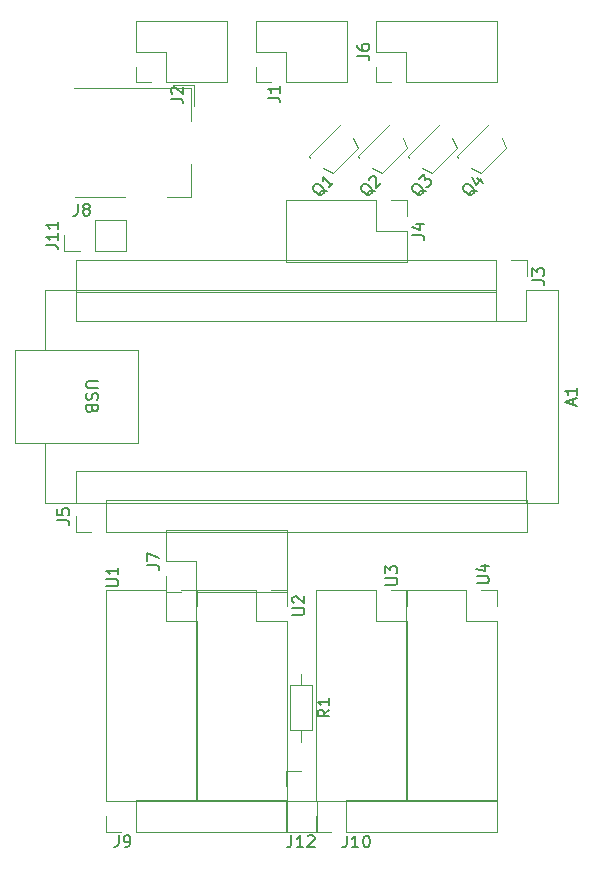
<source format=gto>
%TF.GenerationSoftware,KiCad,Pcbnew,8.0.8*%
%TF.CreationDate,2025-04-14T16:09:26+09:00*%
%TF.ProjectId,EVBPusher_nano,45564250-7573-4686-9572-5f6e616e6f2e,0.1*%
%TF.SameCoordinates,PX5f5e100PY8f0d180*%
%TF.FileFunction,Legend,Top*%
%TF.FilePolarity,Positive*%
%FSLAX46Y46*%
G04 Gerber Fmt 4.6, Leading zero omitted, Abs format (unit mm)*
G04 Created by KiCad (PCBNEW 8.0.8) date 2025-04-14 16:09:26*
%MOMM*%
%LPD*%
G01*
G04 APERTURE LIST*
%ADD10C,0.150000*%
%ADD11C,0.120000*%
G04 APERTURE END LIST*
D10*
X25692019Y12025334D02*
X25215828Y11692001D01*
X25692019Y11453906D02*
X24692019Y11453906D01*
X24692019Y11453906D02*
X24692019Y11834858D01*
X24692019Y11834858D02*
X24739638Y11930096D01*
X24739638Y11930096D02*
X24787257Y11977715D01*
X24787257Y11977715D02*
X24882495Y12025334D01*
X24882495Y12025334D02*
X25025352Y12025334D01*
X25025352Y12025334D02*
X25120590Y11977715D01*
X25120590Y11977715D02*
X25168209Y11930096D01*
X25168209Y11930096D02*
X25215828Y11834858D01*
X25215828Y11834858D02*
X25215828Y11453906D01*
X25692019Y12977715D02*
X25692019Y12406287D01*
X25692019Y12692001D02*
X24692019Y12692001D01*
X24692019Y12692001D02*
X24834876Y12596763D01*
X24834876Y12596763D02*
X24930114Y12501525D01*
X24930114Y12501525D02*
X24977733Y12406287D01*
X4401666Y54854181D02*
X4401666Y54139896D01*
X4401666Y54139896D02*
X4354047Y53997039D01*
X4354047Y53997039D02*
X4258809Y53901800D01*
X4258809Y53901800D02*
X4115952Y53854181D01*
X4115952Y53854181D02*
X4020714Y53854181D01*
X5020714Y54425610D02*
X4925476Y54473229D01*
X4925476Y54473229D02*
X4877857Y54520848D01*
X4877857Y54520848D02*
X4830238Y54616086D01*
X4830238Y54616086D02*
X4830238Y54663705D01*
X4830238Y54663705D02*
X4877857Y54758943D01*
X4877857Y54758943D02*
X4925476Y54806562D01*
X4925476Y54806562D02*
X5020714Y54854181D01*
X5020714Y54854181D02*
X5211190Y54854181D01*
X5211190Y54854181D02*
X5306428Y54806562D01*
X5306428Y54806562D02*
X5354047Y54758943D01*
X5354047Y54758943D02*
X5401666Y54663705D01*
X5401666Y54663705D02*
X5401666Y54616086D01*
X5401666Y54616086D02*
X5354047Y54520848D01*
X5354047Y54520848D02*
X5306428Y54473229D01*
X5306428Y54473229D02*
X5211190Y54425610D01*
X5211190Y54425610D02*
X5020714Y54425610D01*
X5020714Y54425610D02*
X4925476Y54377991D01*
X4925476Y54377991D02*
X4877857Y54330372D01*
X4877857Y54330372D02*
X4830238Y54235134D01*
X4830238Y54235134D02*
X4830238Y54044658D01*
X4830238Y54044658D02*
X4877857Y53949420D01*
X4877857Y53949420D02*
X4925476Y53901800D01*
X4925476Y53901800D02*
X5020714Y53854181D01*
X5020714Y53854181D02*
X5211190Y53854181D01*
X5211190Y53854181D02*
X5306428Y53901800D01*
X5306428Y53901800D02*
X5354047Y53949420D01*
X5354047Y53949420D02*
X5401666Y54044658D01*
X5401666Y54044658D02*
X5401666Y54235134D01*
X5401666Y54235134D02*
X5354047Y54330372D01*
X5354047Y54330372D02*
X5306428Y54377991D01*
X5306428Y54377991D02*
X5211190Y54425610D01*
X38167605Y55931708D02*
X38066590Y55898036D01*
X38066590Y55898036D02*
X37931903Y55898036D01*
X37931903Y55898036D02*
X37729872Y55898036D01*
X37729872Y55898036D02*
X37628857Y55864364D01*
X37628857Y55864364D02*
X37561514Y55797021D01*
X37763544Y55662334D02*
X37662529Y55628662D01*
X37662529Y55628662D02*
X37527842Y55628662D01*
X37527842Y55628662D02*
X37359483Y55729677D01*
X37359483Y55729677D02*
X37123781Y55965380D01*
X37123781Y55965380D02*
X37022766Y56133738D01*
X37022766Y56133738D02*
X37022766Y56268425D01*
X37022766Y56268425D02*
X37056437Y56369441D01*
X37056437Y56369441D02*
X37191124Y56504128D01*
X37191124Y56504128D02*
X37292140Y56537799D01*
X37292140Y56537799D02*
X37426827Y56537799D01*
X37426827Y56537799D02*
X37595185Y56436784D01*
X37595185Y56436784D02*
X37830888Y56201082D01*
X37830888Y56201082D02*
X37931903Y56032723D01*
X37931903Y56032723D02*
X37931903Y55898036D01*
X37931903Y55898036D02*
X37898231Y55797021D01*
X37898231Y55797021D02*
X37763544Y55662334D01*
X38201277Y57042876D02*
X38672681Y56571471D01*
X37763544Y57143891D02*
X38100262Y56470456D01*
X38100262Y56470456D02*
X38537994Y56908189D01*
X33849605Y55931708D02*
X33748590Y55898036D01*
X33748590Y55898036D02*
X33613903Y55898036D01*
X33613903Y55898036D02*
X33411872Y55898036D01*
X33411872Y55898036D02*
X33310857Y55864364D01*
X33310857Y55864364D02*
X33243514Y55797021D01*
X33445544Y55662334D02*
X33344529Y55628662D01*
X33344529Y55628662D02*
X33209842Y55628662D01*
X33209842Y55628662D02*
X33041483Y55729677D01*
X33041483Y55729677D02*
X32805781Y55965380D01*
X32805781Y55965380D02*
X32704766Y56133738D01*
X32704766Y56133738D02*
X32704766Y56268425D01*
X32704766Y56268425D02*
X32738437Y56369441D01*
X32738437Y56369441D02*
X32873124Y56504128D01*
X32873124Y56504128D02*
X32974140Y56537799D01*
X32974140Y56537799D02*
X33108827Y56537799D01*
X33108827Y56537799D02*
X33277185Y56436784D01*
X33277185Y56436784D02*
X33512888Y56201082D01*
X33512888Y56201082D02*
X33613903Y56032723D01*
X33613903Y56032723D02*
X33613903Y55898036D01*
X33613903Y55898036D02*
X33580231Y55797021D01*
X33580231Y55797021D02*
X33445544Y55662334D01*
X33277185Y56908189D02*
X33714918Y57345921D01*
X33714918Y57345921D02*
X33748590Y56840845D01*
X33748590Y56840845D02*
X33849605Y56941860D01*
X33849605Y56941860D02*
X33950620Y56975532D01*
X33950620Y56975532D02*
X34017964Y56975532D01*
X34017964Y56975532D02*
X34118979Y56941860D01*
X34118979Y56941860D02*
X34287338Y56773502D01*
X34287338Y56773502D02*
X34321010Y56672486D01*
X34321010Y56672486D02*
X34321010Y56605143D01*
X34321010Y56605143D02*
X34287338Y56504128D01*
X34287338Y56504128D02*
X34085307Y56302097D01*
X34085307Y56302097D02*
X33984292Y56268425D01*
X33984292Y56268425D02*
X33916949Y56268425D01*
X29531605Y55931708D02*
X29430590Y55898036D01*
X29430590Y55898036D02*
X29295903Y55898036D01*
X29295903Y55898036D02*
X29093872Y55898036D01*
X29093872Y55898036D02*
X28992857Y55864364D01*
X28992857Y55864364D02*
X28925514Y55797021D01*
X29127544Y55662334D02*
X29026529Y55628662D01*
X29026529Y55628662D02*
X28891842Y55628662D01*
X28891842Y55628662D02*
X28723483Y55729677D01*
X28723483Y55729677D02*
X28487781Y55965380D01*
X28487781Y55965380D02*
X28386766Y56133738D01*
X28386766Y56133738D02*
X28386766Y56268425D01*
X28386766Y56268425D02*
X28420437Y56369441D01*
X28420437Y56369441D02*
X28555124Y56504128D01*
X28555124Y56504128D02*
X28656140Y56537799D01*
X28656140Y56537799D02*
X28790827Y56537799D01*
X28790827Y56537799D02*
X28959185Y56436784D01*
X28959185Y56436784D02*
X29194888Y56201082D01*
X29194888Y56201082D02*
X29295903Y56032723D01*
X29295903Y56032723D02*
X29295903Y55898036D01*
X29295903Y55898036D02*
X29262231Y55797021D01*
X29262231Y55797021D02*
X29127544Y55662334D01*
X29060201Y56874517D02*
X29060201Y56941860D01*
X29060201Y56941860D02*
X29093872Y57042876D01*
X29093872Y57042876D02*
X29262231Y57211234D01*
X29262231Y57211234D02*
X29363246Y57244906D01*
X29363246Y57244906D02*
X29430590Y57244906D01*
X29430590Y57244906D02*
X29531605Y57211234D01*
X29531605Y57211234D02*
X29598949Y57143891D01*
X29598949Y57143891D02*
X29666292Y57009204D01*
X29666292Y57009204D02*
X29666292Y56201082D01*
X29666292Y56201082D02*
X30104025Y56638815D01*
X25467605Y55931708D02*
X25366590Y55898036D01*
X25366590Y55898036D02*
X25231903Y55898036D01*
X25231903Y55898036D02*
X25029872Y55898036D01*
X25029872Y55898036D02*
X24928857Y55864364D01*
X24928857Y55864364D02*
X24861514Y55797021D01*
X25063544Y55662334D02*
X24962529Y55628662D01*
X24962529Y55628662D02*
X24827842Y55628662D01*
X24827842Y55628662D02*
X24659483Y55729677D01*
X24659483Y55729677D02*
X24423781Y55965380D01*
X24423781Y55965380D02*
X24322766Y56133738D01*
X24322766Y56133738D02*
X24322766Y56268425D01*
X24322766Y56268425D02*
X24356437Y56369441D01*
X24356437Y56369441D02*
X24491124Y56504128D01*
X24491124Y56504128D02*
X24592140Y56537799D01*
X24592140Y56537799D02*
X24726827Y56537799D01*
X24726827Y56537799D02*
X24895185Y56436784D01*
X24895185Y56436784D02*
X25130888Y56201082D01*
X25130888Y56201082D02*
X25231903Y56032723D01*
X25231903Y56032723D02*
X25231903Y55898036D01*
X25231903Y55898036D02*
X25198231Y55797021D01*
X25198231Y55797021D02*
X25063544Y55662334D01*
X26040025Y56638815D02*
X25635964Y56234754D01*
X25837994Y56436784D02*
X25130888Y57143891D01*
X25130888Y57143891D02*
X25164559Y56975532D01*
X25164559Y56975532D02*
X25164559Y56840845D01*
X25164559Y56840845D02*
X25130888Y56739830D01*
X10284819Y24256667D02*
X10999104Y24256667D01*
X10999104Y24256667D02*
X11141961Y24209048D01*
X11141961Y24209048D02*
X11237200Y24113810D01*
X11237200Y24113810D02*
X11284819Y23970953D01*
X11284819Y23970953D02*
X11284819Y23875715D01*
X10284819Y24637620D02*
X10284819Y25304286D01*
X10284819Y25304286D02*
X11284819Y24875715D01*
X12284619Y63739067D02*
X12998904Y63739067D01*
X12998904Y63739067D02*
X13141761Y63691448D01*
X13141761Y63691448D02*
X13237000Y63596210D01*
X13237000Y63596210D02*
X13284619Y63453353D01*
X13284619Y63453353D02*
X13284619Y63358115D01*
X12379857Y64167639D02*
X12332238Y64215258D01*
X12332238Y64215258D02*
X12284619Y64310496D01*
X12284619Y64310496D02*
X12284619Y64548591D01*
X12284619Y64548591D02*
X12332238Y64643829D01*
X12332238Y64643829D02*
X12379857Y64691448D01*
X12379857Y64691448D02*
X12475095Y64739067D01*
X12475095Y64739067D02*
X12570333Y64739067D01*
X12570333Y64739067D02*
X12713190Y64691448D01*
X12713190Y64691448D02*
X13284619Y64120020D01*
X13284619Y64120020D02*
X13284619Y64739067D01*
X2664819Y28066667D02*
X3379104Y28066667D01*
X3379104Y28066667D02*
X3521961Y28019048D01*
X3521961Y28019048D02*
X3617200Y27923810D01*
X3617200Y27923810D02*
X3664819Y27780953D01*
X3664819Y27780953D02*
X3664819Y27685715D01*
X2664819Y29019048D02*
X2664819Y28542858D01*
X2664819Y28542858D02*
X3141009Y28495239D01*
X3141009Y28495239D02*
X3093390Y28542858D01*
X3093390Y28542858D02*
X3045771Y28638096D01*
X3045771Y28638096D02*
X3045771Y28876191D01*
X3045771Y28876191D02*
X3093390Y28971429D01*
X3093390Y28971429D02*
X3141009Y29019048D01*
X3141009Y29019048D02*
X3236247Y29066667D01*
X3236247Y29066667D02*
X3474342Y29066667D01*
X3474342Y29066667D02*
X3569580Y29019048D01*
X3569580Y29019048D02*
X3617200Y28971429D01*
X3617200Y28971429D02*
X3664819Y28876191D01*
X3664819Y28876191D02*
X3664819Y28638096D01*
X3664819Y28638096D02*
X3617200Y28542858D01*
X3617200Y28542858D02*
X3569580Y28495239D01*
X42884819Y48386667D02*
X43599104Y48386667D01*
X43599104Y48386667D02*
X43741961Y48339048D01*
X43741961Y48339048D02*
X43837200Y48243810D01*
X43837200Y48243810D02*
X43884819Y48100953D01*
X43884819Y48100953D02*
X43884819Y48005715D01*
X42884819Y48767620D02*
X42884819Y49386667D01*
X42884819Y49386667D02*
X43265771Y49053334D01*
X43265771Y49053334D02*
X43265771Y49196191D01*
X43265771Y49196191D02*
X43313390Y49291429D01*
X43313390Y49291429D02*
X43361009Y49339048D01*
X43361009Y49339048D02*
X43456247Y49386667D01*
X43456247Y49386667D02*
X43694342Y49386667D01*
X43694342Y49386667D02*
X43789580Y49339048D01*
X43789580Y49339048D02*
X43837200Y49291429D01*
X43837200Y49291429D02*
X43884819Y49196191D01*
X43884819Y49196191D02*
X43884819Y48910477D01*
X43884819Y48910477D02*
X43837200Y48815239D01*
X43837200Y48815239D02*
X43789580Y48767620D01*
X6820819Y22479096D02*
X7630342Y22479096D01*
X7630342Y22479096D02*
X7725580Y22526715D01*
X7725580Y22526715D02*
X7773200Y22574334D01*
X7773200Y22574334D02*
X7820819Y22669572D01*
X7820819Y22669572D02*
X7820819Y22860048D01*
X7820819Y22860048D02*
X7773200Y22955286D01*
X7773200Y22955286D02*
X7725580Y23002905D01*
X7725580Y23002905D02*
X7630342Y23050524D01*
X7630342Y23050524D02*
X6820819Y23050524D01*
X7820819Y24050524D02*
X7820819Y23479096D01*
X7820819Y23764810D02*
X6820819Y23764810D01*
X6820819Y23764810D02*
X6963676Y23669572D01*
X6963676Y23669572D02*
X7058914Y23574334D01*
X7058914Y23574334D02*
X7106533Y23479096D01*
X30442819Y22606096D02*
X31252342Y22606096D01*
X31252342Y22606096D02*
X31347580Y22653715D01*
X31347580Y22653715D02*
X31395200Y22701334D01*
X31395200Y22701334D02*
X31442819Y22796572D01*
X31442819Y22796572D02*
X31442819Y22987048D01*
X31442819Y22987048D02*
X31395200Y23082286D01*
X31395200Y23082286D02*
X31347580Y23129905D01*
X31347580Y23129905D02*
X31252342Y23177524D01*
X31252342Y23177524D02*
X30442819Y23177524D01*
X30442819Y23558477D02*
X30442819Y24177524D01*
X30442819Y24177524D02*
X30823771Y23844191D01*
X30823771Y23844191D02*
X30823771Y23987048D01*
X30823771Y23987048D02*
X30871390Y24082286D01*
X30871390Y24082286D02*
X30919009Y24129905D01*
X30919009Y24129905D02*
X31014247Y24177524D01*
X31014247Y24177524D02*
X31252342Y24177524D01*
X31252342Y24177524D02*
X31347580Y24129905D01*
X31347580Y24129905D02*
X31395200Y24082286D01*
X31395200Y24082286D02*
X31442819Y23987048D01*
X31442819Y23987048D02*
X31442819Y23701334D01*
X31442819Y23701334D02*
X31395200Y23606096D01*
X31395200Y23606096D02*
X31347580Y23558477D01*
X22482276Y1383381D02*
X22482276Y669096D01*
X22482276Y669096D02*
X22434657Y526239D01*
X22434657Y526239D02*
X22339419Y431000D01*
X22339419Y431000D02*
X22196562Y383381D01*
X22196562Y383381D02*
X22101324Y383381D01*
X23482276Y383381D02*
X22910848Y383381D01*
X23196562Y383381D02*
X23196562Y1383381D01*
X23196562Y1383381D02*
X23101324Y1240524D01*
X23101324Y1240524D02*
X23006086Y1145286D01*
X23006086Y1145286D02*
X22910848Y1097667D01*
X23863229Y1288143D02*
X23910848Y1335762D01*
X23910848Y1335762D02*
X24006086Y1383381D01*
X24006086Y1383381D02*
X24244181Y1383381D01*
X24244181Y1383381D02*
X24339419Y1335762D01*
X24339419Y1335762D02*
X24387038Y1288143D01*
X24387038Y1288143D02*
X24434657Y1192905D01*
X24434657Y1192905D02*
X24434657Y1097667D01*
X24434657Y1097667D02*
X24387038Y954810D01*
X24387038Y954810D02*
X23815610Y383381D01*
X23815610Y383381D02*
X24434657Y383381D01*
X7845466Y1408781D02*
X7845466Y694496D01*
X7845466Y694496D02*
X7797847Y551639D01*
X7797847Y551639D02*
X7702609Y456400D01*
X7702609Y456400D02*
X7559752Y408781D01*
X7559752Y408781D02*
X7464514Y408781D01*
X8369276Y408781D02*
X8559752Y408781D01*
X8559752Y408781D02*
X8654990Y456400D01*
X8654990Y456400D02*
X8702609Y504020D01*
X8702609Y504020D02*
X8797847Y646877D01*
X8797847Y646877D02*
X8845466Y837353D01*
X8845466Y837353D02*
X8845466Y1218305D01*
X8845466Y1218305D02*
X8797847Y1313543D01*
X8797847Y1313543D02*
X8750228Y1361162D01*
X8750228Y1361162D02*
X8654990Y1408781D01*
X8654990Y1408781D02*
X8464514Y1408781D01*
X8464514Y1408781D02*
X8369276Y1361162D01*
X8369276Y1361162D02*
X8321657Y1313543D01*
X8321657Y1313543D02*
X8274038Y1218305D01*
X8274038Y1218305D02*
X8274038Y980210D01*
X8274038Y980210D02*
X8321657Y884972D01*
X8321657Y884972D02*
X8369276Y837353D01*
X8369276Y837353D02*
X8464514Y789734D01*
X8464514Y789734D02*
X8654990Y789734D01*
X8654990Y789734D02*
X8750228Y837353D01*
X8750228Y837353D02*
X8797847Y884972D01*
X8797847Y884972D02*
X8845466Y980210D01*
X27155876Y1357981D02*
X27155876Y643696D01*
X27155876Y643696D02*
X27108257Y500839D01*
X27108257Y500839D02*
X27013019Y405600D01*
X27013019Y405600D02*
X26870162Y357981D01*
X26870162Y357981D02*
X26774924Y357981D01*
X28155876Y357981D02*
X27584448Y357981D01*
X27870162Y357981D02*
X27870162Y1357981D01*
X27870162Y1357981D02*
X27774924Y1215124D01*
X27774924Y1215124D02*
X27679686Y1119886D01*
X27679686Y1119886D02*
X27584448Y1072267D01*
X28774924Y1357981D02*
X28870162Y1357981D01*
X28870162Y1357981D02*
X28965400Y1310362D01*
X28965400Y1310362D02*
X29013019Y1262743D01*
X29013019Y1262743D02*
X29060638Y1167505D01*
X29060638Y1167505D02*
X29108257Y977029D01*
X29108257Y977029D02*
X29108257Y738934D01*
X29108257Y738934D02*
X29060638Y548458D01*
X29060638Y548458D02*
X29013019Y453220D01*
X29013019Y453220D02*
X28965400Y405600D01*
X28965400Y405600D02*
X28870162Y357981D01*
X28870162Y357981D02*
X28774924Y357981D01*
X28774924Y357981D02*
X28679686Y405600D01*
X28679686Y405600D02*
X28632067Y453220D01*
X28632067Y453220D02*
X28584448Y548458D01*
X28584448Y548458D02*
X28536829Y738934D01*
X28536829Y738934D02*
X28536829Y977029D01*
X28536829Y977029D02*
X28584448Y1167505D01*
X28584448Y1167505D02*
X28632067Y1262743D01*
X28632067Y1262743D02*
X28679686Y1310362D01*
X28679686Y1310362D02*
X28774924Y1357981D01*
X1722219Y51362077D02*
X2436504Y51362077D01*
X2436504Y51362077D02*
X2579361Y51314458D01*
X2579361Y51314458D02*
X2674600Y51219220D01*
X2674600Y51219220D02*
X2722219Y51076363D01*
X2722219Y51076363D02*
X2722219Y50981125D01*
X2722219Y52362077D02*
X2722219Y51790649D01*
X2722219Y52076363D02*
X1722219Y52076363D01*
X1722219Y52076363D02*
X1865076Y51981125D01*
X1865076Y51981125D02*
X1960314Y51885887D01*
X1960314Y51885887D02*
X2007933Y51790649D01*
X2722219Y53314458D02*
X2722219Y52743030D01*
X2722219Y53028744D02*
X1722219Y53028744D01*
X1722219Y53028744D02*
X1865076Y52933506D01*
X1865076Y52933506D02*
X1960314Y52838268D01*
X1960314Y52838268D02*
X2007933Y52743030D01*
X32724819Y52196667D02*
X33439104Y52196667D01*
X33439104Y52196667D02*
X33581961Y52149048D01*
X33581961Y52149048D02*
X33677200Y52053810D01*
X33677200Y52053810D02*
X33724819Y51910953D01*
X33724819Y51910953D02*
X33724819Y51815715D01*
X33058152Y53101429D02*
X33724819Y53101429D01*
X32677200Y52863334D02*
X33391485Y52625239D01*
X33391485Y52625239D02*
X33391485Y53244286D01*
X46349104Y37845715D02*
X46349104Y38321905D01*
X46634819Y37750477D02*
X45634819Y38083810D01*
X45634819Y38083810D02*
X46634819Y38417143D01*
X46634819Y39274286D02*
X46634819Y38702858D01*
X46634819Y38988572D02*
X45634819Y38988572D01*
X45634819Y38988572D02*
X45777676Y38893334D01*
X45777676Y38893334D02*
X45872914Y38798096D01*
X45872914Y38798096D02*
X45920533Y38702858D01*
X6085180Y39821905D02*
X5275657Y39821905D01*
X5275657Y39821905D02*
X5180419Y39774286D01*
X5180419Y39774286D02*
X5132800Y39726667D01*
X5132800Y39726667D02*
X5085180Y39631429D01*
X5085180Y39631429D02*
X5085180Y39440953D01*
X5085180Y39440953D02*
X5132800Y39345715D01*
X5132800Y39345715D02*
X5180419Y39298096D01*
X5180419Y39298096D02*
X5275657Y39250477D01*
X5275657Y39250477D02*
X6085180Y39250477D01*
X5132800Y38821905D02*
X5085180Y38679048D01*
X5085180Y38679048D02*
X5085180Y38440953D01*
X5085180Y38440953D02*
X5132800Y38345715D01*
X5132800Y38345715D02*
X5180419Y38298096D01*
X5180419Y38298096D02*
X5275657Y38250477D01*
X5275657Y38250477D02*
X5370895Y38250477D01*
X5370895Y38250477D02*
X5466133Y38298096D01*
X5466133Y38298096D02*
X5513752Y38345715D01*
X5513752Y38345715D02*
X5561371Y38440953D01*
X5561371Y38440953D02*
X5608990Y38631429D01*
X5608990Y38631429D02*
X5656609Y38726667D01*
X5656609Y38726667D02*
X5704228Y38774286D01*
X5704228Y38774286D02*
X5799466Y38821905D01*
X5799466Y38821905D02*
X5894704Y38821905D01*
X5894704Y38821905D02*
X5989942Y38774286D01*
X5989942Y38774286D02*
X6037561Y38726667D01*
X6037561Y38726667D02*
X6085180Y38631429D01*
X6085180Y38631429D02*
X6085180Y38393334D01*
X6085180Y38393334D02*
X6037561Y38250477D01*
X5608990Y37488572D02*
X5561371Y37345715D01*
X5561371Y37345715D02*
X5513752Y37298096D01*
X5513752Y37298096D02*
X5418514Y37250477D01*
X5418514Y37250477D02*
X5275657Y37250477D01*
X5275657Y37250477D02*
X5180419Y37298096D01*
X5180419Y37298096D02*
X5132800Y37345715D01*
X5132800Y37345715D02*
X5085180Y37440953D01*
X5085180Y37440953D02*
X5085180Y37821905D01*
X5085180Y37821905D02*
X6085180Y37821905D01*
X6085180Y37821905D02*
X6085180Y37488572D01*
X6085180Y37488572D02*
X6037561Y37393334D01*
X6037561Y37393334D02*
X5989942Y37345715D01*
X5989942Y37345715D02*
X5894704Y37298096D01*
X5894704Y37298096D02*
X5799466Y37298096D01*
X5799466Y37298096D02*
X5704228Y37345715D01*
X5704228Y37345715D02*
X5656609Y37393334D01*
X5656609Y37393334D02*
X5608990Y37488572D01*
X5608990Y37488572D02*
X5608990Y37821905D01*
X38189819Y22733096D02*
X38999342Y22733096D01*
X38999342Y22733096D02*
X39094580Y22780715D01*
X39094580Y22780715D02*
X39142200Y22828334D01*
X39142200Y22828334D02*
X39189819Y22923572D01*
X39189819Y22923572D02*
X39189819Y23114048D01*
X39189819Y23114048D02*
X39142200Y23209286D01*
X39142200Y23209286D02*
X39094580Y23256905D01*
X39094580Y23256905D02*
X38999342Y23304524D01*
X38999342Y23304524D02*
X38189819Y23304524D01*
X38523152Y24209286D02*
X39189819Y24209286D01*
X38142200Y23971191D02*
X38856485Y23733096D01*
X38856485Y23733096D02*
X38856485Y24352143D01*
X20488819Y63840667D02*
X21203104Y63840667D01*
X21203104Y63840667D02*
X21345961Y63793048D01*
X21345961Y63793048D02*
X21441200Y63697810D01*
X21441200Y63697810D02*
X21488819Y63554953D01*
X21488819Y63554953D02*
X21488819Y63459715D01*
X21488819Y64840667D02*
X21488819Y64269239D01*
X21488819Y64554953D02*
X20488819Y64554953D01*
X20488819Y64554953D02*
X20631676Y64459715D01*
X20631676Y64459715D02*
X20726914Y64364477D01*
X20726914Y64364477D02*
X20774533Y64269239D01*
X28064819Y67396667D02*
X28779104Y67396667D01*
X28779104Y67396667D02*
X28921961Y67349048D01*
X28921961Y67349048D02*
X29017200Y67253810D01*
X29017200Y67253810D02*
X29064819Y67110953D01*
X29064819Y67110953D02*
X29064819Y67015715D01*
X28064819Y68301429D02*
X28064819Y68110953D01*
X28064819Y68110953D02*
X28112438Y68015715D01*
X28112438Y68015715D02*
X28160057Y67968096D01*
X28160057Y67968096D02*
X28302914Y67872858D01*
X28302914Y67872858D02*
X28493390Y67825239D01*
X28493390Y67825239D02*
X28874342Y67825239D01*
X28874342Y67825239D02*
X28969580Y67872858D01*
X28969580Y67872858D02*
X29017200Y67920477D01*
X29017200Y67920477D02*
X29064819Y68015715D01*
X29064819Y68015715D02*
X29064819Y68206191D01*
X29064819Y68206191D02*
X29017200Y68301429D01*
X29017200Y68301429D02*
X28969580Y68349048D01*
X28969580Y68349048D02*
X28874342Y68396667D01*
X28874342Y68396667D02*
X28636247Y68396667D01*
X28636247Y68396667D02*
X28541009Y68349048D01*
X28541009Y68349048D02*
X28493390Y68301429D01*
X28493390Y68301429D02*
X28445771Y68206191D01*
X28445771Y68206191D02*
X28445771Y68015715D01*
X28445771Y68015715D02*
X28493390Y67920477D01*
X28493390Y67920477D02*
X28541009Y67872858D01*
X28541009Y67872858D02*
X28636247Y67825239D01*
X22564819Y20066096D02*
X23374342Y20066096D01*
X23374342Y20066096D02*
X23469580Y20113715D01*
X23469580Y20113715D02*
X23517200Y20161334D01*
X23517200Y20161334D02*
X23564819Y20256572D01*
X23564819Y20256572D02*
X23564819Y20447048D01*
X23564819Y20447048D02*
X23517200Y20542286D01*
X23517200Y20542286D02*
X23469580Y20589905D01*
X23469580Y20589905D02*
X23374342Y20637524D01*
X23374342Y20637524D02*
X22564819Y20637524D01*
X22660057Y21066096D02*
X22612438Y21113715D01*
X22612438Y21113715D02*
X22564819Y21208953D01*
X22564819Y21208953D02*
X22564819Y21447048D01*
X22564819Y21447048D02*
X22612438Y21542286D01*
X22612438Y21542286D02*
X22660057Y21589905D01*
X22660057Y21589905D02*
X22755295Y21637524D01*
X22755295Y21637524D02*
X22850533Y21637524D01*
X22850533Y21637524D02*
X22993390Y21589905D01*
X22993390Y21589905D02*
X23564819Y21018477D01*
X23564819Y21018477D02*
X23564819Y21637524D01*
D11*
X23317200Y15062000D02*
X23317200Y14112000D01*
X24237200Y14112000D02*
X22397200Y14112000D01*
X22397200Y14112000D02*
X22397200Y10272000D01*
X24237200Y10272000D02*
X24237200Y14112000D01*
X22397200Y10272000D02*
X24237200Y10272000D01*
X23317200Y9322000D02*
X23317200Y10272000D01*
X14225000Y64899000D02*
X14225000Y63159000D01*
X12485000Y64899000D02*
X14225000Y64899000D01*
X13985000Y64659000D02*
X13985000Y61859000D01*
X4085000Y64654112D02*
X13985000Y64659000D01*
X13985000Y58259000D02*
X13985000Y55459000D01*
X13985000Y55459000D02*
X11985000Y55459000D01*
X8385000Y55459000D02*
X4185000Y55459000D01*
X39237604Y61582635D02*
X36515243Y58860273D01*
X40651818Y59532025D02*
X40277051Y60430051D01*
X38565853Y57446060D02*
X40651818Y59532025D01*
X37696111Y57849111D02*
X38565853Y57446060D01*
X36515243Y58860273D02*
X36600096Y58732994D01*
X35046604Y61582635D02*
X32324243Y58860273D01*
X36460818Y59532025D02*
X36086051Y60430051D01*
X34374853Y57446060D02*
X36460818Y59532025D01*
X33505111Y57849111D02*
X34374853Y57446060D01*
X32324243Y58860273D02*
X32409096Y58732994D01*
X30855604Y61582635D02*
X28133243Y58860273D01*
X32269818Y59532025D02*
X31895051Y60430051D01*
X30183853Y57446060D02*
X32269818Y59532025D01*
X29314111Y57849111D02*
X30183853Y57446060D01*
X28133243Y58860273D02*
X28218096Y58732994D01*
X26664604Y61582635D02*
X23942243Y58860273D01*
X28078818Y59532025D02*
X27704051Y60430051D01*
X25992853Y57446060D02*
X28078818Y59532025D01*
X25123111Y57849111D02*
X25992853Y57446060D01*
X23942243Y58860273D02*
X24027096Y58732994D01*
X11830000Y27190000D02*
X22110000Y27190000D01*
X11830000Y24590000D02*
X11830000Y27190000D01*
X11830000Y21990000D02*
X11830000Y23320000D01*
X13160000Y21990000D02*
X11830000Y21990000D01*
X14430000Y24590000D02*
X11830000Y24590000D01*
X14430000Y21990000D02*
X14430000Y24590000D01*
X14430000Y21990000D02*
X22110000Y21990000D01*
X22110000Y21990000D02*
X22110000Y27190000D01*
X9290000Y70330000D02*
X17030000Y70330000D01*
X9290000Y67730000D02*
X9290000Y70330000D01*
X9290000Y65130000D02*
X9290000Y66460000D01*
X10620000Y65130000D02*
X9290000Y65130000D01*
X11890000Y67730000D02*
X9290000Y67730000D01*
X11890000Y65130000D02*
X11890000Y67730000D01*
X11890000Y65130000D02*
X17030000Y65130000D01*
X17030000Y65130000D02*
X17030000Y70330000D01*
X4210000Y27070000D02*
X4210000Y28400000D01*
X5540000Y27070000D02*
X4210000Y27070000D01*
X6810000Y29730000D02*
X42430000Y29730000D01*
X6810000Y27070000D02*
X6810000Y29730000D01*
X6810000Y27070000D02*
X42430000Y27070000D01*
X42430000Y27070000D02*
X42430000Y29730000D01*
X4210000Y50050000D02*
X4210000Y47390000D01*
X39830000Y50050000D02*
X4210000Y50050000D01*
X39830000Y50050000D02*
X39830000Y47390000D01*
X39830000Y47390000D02*
X4210000Y47390000D01*
X41100000Y50050000D02*
X42430000Y50050000D01*
X42430000Y50050000D02*
X42430000Y48720000D01*
X6750000Y22110000D02*
X6750000Y4270000D01*
X11890000Y22110000D02*
X6750000Y22110000D01*
X11890000Y22110000D02*
X11890000Y19510000D01*
X11890000Y19510000D02*
X14490000Y19510000D01*
X13160000Y22110000D02*
X14490000Y22110000D01*
X14490000Y22110000D02*
X14490000Y20780000D01*
X14490000Y19510000D02*
X14490000Y4270000D01*
X14490000Y4270000D02*
X6750000Y4270000D01*
X24530000Y22110000D02*
X24530000Y4270000D01*
X29670000Y22110000D02*
X24530000Y22110000D01*
X29670000Y22110000D02*
X29670000Y19510000D01*
X29670000Y19510000D02*
X32270000Y19510000D01*
X30940000Y22110000D02*
X32270000Y22110000D01*
X32270000Y22110000D02*
X32270000Y20780000D01*
X32270000Y19510000D02*
X32270000Y4270000D01*
X32270000Y4270000D02*
X24530000Y4270000D01*
X21987200Y6867200D02*
X23317200Y6867200D01*
X21987200Y5537200D02*
X21987200Y6867200D01*
X21987200Y4267200D02*
X21987200Y1667200D01*
X21987200Y4267200D02*
X24647200Y4267200D01*
X21987200Y1667200D02*
X24647200Y1667200D01*
X24647200Y4267200D02*
X24647200Y1667200D01*
X6750000Y1670000D02*
X6750000Y3000000D01*
X8080000Y1670000D02*
X6750000Y1670000D01*
X9350000Y4330000D02*
X22110000Y4330000D01*
X9350000Y1670000D02*
X9350000Y4330000D01*
X9350000Y1670000D02*
X22110000Y1670000D01*
X22110000Y1670000D02*
X22110000Y4330000D01*
X24530000Y1670000D02*
X24530000Y3000000D01*
X25860000Y1670000D02*
X24530000Y1670000D01*
X27130000Y4330000D02*
X39890000Y4330000D01*
X27130000Y1670000D02*
X27130000Y4330000D01*
X27130000Y1670000D02*
X39890000Y1670000D01*
X39890000Y1670000D02*
X39890000Y4330000D01*
X3267400Y50841600D02*
X3267400Y52171600D01*
X4597400Y50841600D02*
X3267400Y50841600D01*
X5867400Y53501600D02*
X8467400Y53501600D01*
X5867400Y50841600D02*
X5867400Y53501600D01*
X5867400Y50841600D02*
X8467400Y50841600D01*
X8467400Y50841600D02*
X8467400Y53501600D01*
X21990000Y55130000D02*
X21990000Y49930000D01*
X29670000Y55130000D02*
X21990000Y55130000D01*
X29670000Y55130000D02*
X29670000Y52530000D01*
X29670000Y52530000D02*
X32270000Y52530000D01*
X30940000Y55130000D02*
X32270000Y55130000D01*
X32270000Y55130000D02*
X32270000Y53800000D01*
X32270000Y52530000D02*
X32270000Y49930000D01*
X32270000Y49930000D02*
X21990000Y49930000D01*
X-940000Y42500000D02*
X9480000Y42500000D01*
X-940000Y34620000D02*
X-940000Y42500000D01*
X1600000Y47580000D02*
X1600000Y42500000D01*
X1600000Y29540000D02*
X1600000Y34620000D01*
X1600000Y29540000D02*
X45040000Y29540000D01*
X4270000Y44910000D02*
X4270000Y47580000D01*
X4270000Y32210000D02*
X4270000Y29540000D01*
X9480000Y42500000D02*
X9480000Y34620000D01*
X9480000Y34620000D02*
X-940000Y34620000D01*
X39830000Y47580000D02*
X1600000Y47580000D01*
X39830000Y44910000D02*
X4270000Y44910000D01*
X39830000Y44910000D02*
X39830000Y47580000D01*
X39830000Y44910000D02*
X42370000Y44910000D01*
X42370000Y44910000D02*
X42370000Y47580000D01*
X42370000Y32210000D02*
X4270000Y32210000D01*
X42370000Y32210000D02*
X42370000Y29540000D01*
X45040000Y47580000D02*
X42370000Y47580000D01*
X45040000Y29540000D02*
X45040000Y47580000D01*
X32150000Y22110000D02*
X32150000Y4270000D01*
X37290000Y22110000D02*
X32150000Y22110000D01*
X37290000Y22110000D02*
X37290000Y19510000D01*
X37290000Y19510000D02*
X39890000Y19510000D01*
X38560000Y22110000D02*
X39890000Y22110000D01*
X39890000Y22110000D02*
X39890000Y20780000D01*
X39890000Y19510000D02*
X39890000Y4270000D01*
X39890000Y4270000D02*
X32150000Y4270000D01*
X19450000Y70330000D02*
X27190000Y70330000D01*
X19450000Y67730000D02*
X19450000Y70330000D01*
X19450000Y65130000D02*
X19450000Y66460000D01*
X20780000Y65130000D02*
X19450000Y65130000D01*
X22050000Y67730000D02*
X19450000Y67730000D01*
X22050000Y65130000D02*
X22050000Y67730000D01*
X22050000Y65130000D02*
X27190000Y65130000D01*
X27190000Y65130000D02*
X27190000Y70330000D01*
X29610000Y70330000D02*
X39890000Y70330000D01*
X29610000Y67730000D02*
X29610000Y70330000D01*
X29610000Y65130000D02*
X29610000Y66460000D01*
X30940000Y65130000D02*
X29610000Y65130000D01*
X32210000Y67730000D02*
X29610000Y67730000D01*
X32210000Y65130000D02*
X32210000Y67730000D01*
X32210000Y65130000D02*
X39890000Y65130000D01*
X39890000Y65130000D02*
X39890000Y70330000D01*
X14370000Y22110000D02*
X14370000Y4270000D01*
X19510000Y22110000D02*
X14370000Y22110000D01*
X19510000Y22110000D02*
X19510000Y19510000D01*
X19510000Y19510000D02*
X22110000Y19510000D01*
X20780000Y22110000D02*
X22110000Y22110000D01*
X22110000Y22110000D02*
X22110000Y20780000D01*
X22110000Y19510000D02*
X22110000Y4270000D01*
X22110000Y4270000D02*
X14370000Y4270000D01*
M02*

</source>
